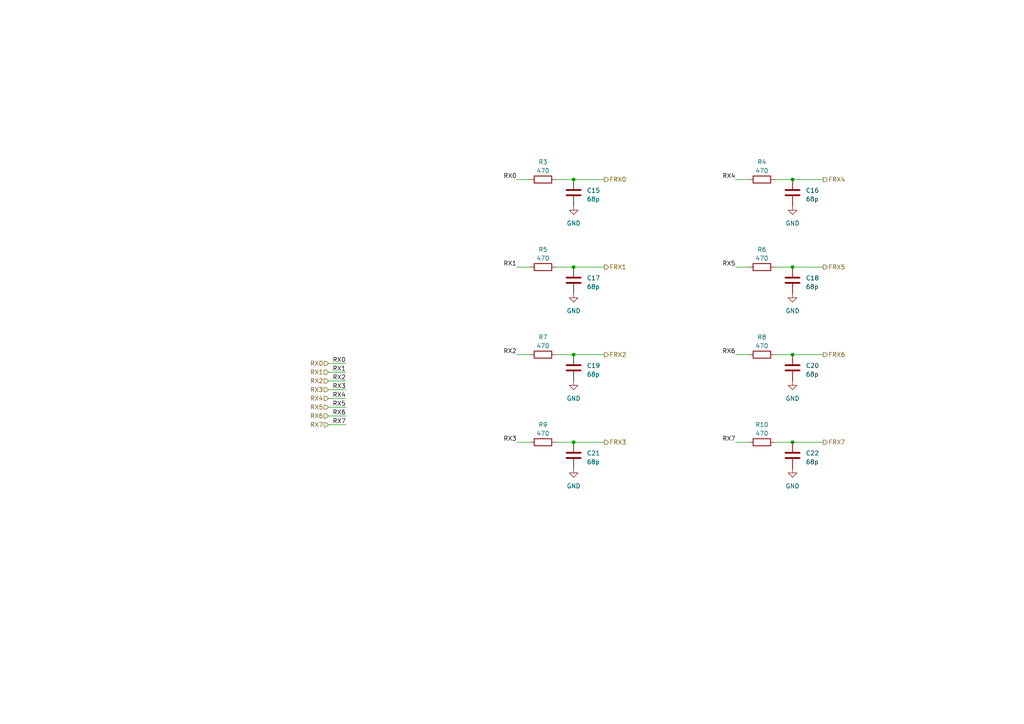
<source format=kicad_sch>
(kicad_sch (version 20230121) (generator eeschema)
  (paper "A4")
  (lib_symbols
    (symbol "Device:C" (pin_numbers hide) (pin_names (offset 0.254))
      (property "Reference" "C" (at 0.635 2.54 0))
      (property "Value" "C" (at 0.635 -2.54 0))
      (symbol "C_0_1"
        (polyline (pts (xy -2.032 -0.762) (xy 2.032 -0.762)) (stroke (width 0.508)))
        (polyline (pts (xy -2.032 0.762) (xy 2.032 0.762)) (stroke (width 0.508)))
      )
      (symbol "C_1_1"
        (pin passive line (at 0 3.81 270) (length 2.794) (name "~") (number "1"))
        (pin passive line (at 0 -3.81 90) (length 2.794) (name "~") (number "2"))
      )
    )
    (symbol "Device:R" (pin_numbers hide) (pin_names (offset 0))
      (property "Reference" "R" (at 2.032 0 90))
      (property "Value" "R" (at 0 0 90))
      (symbol "R_0_1"
        (rectangle (start -1.016 -2.54) (end 1.016 2.54) (stroke (width 0.254)))
      )
      (symbol "R_1_1"
        (pin passive line (at 0 3.81 270) (length 1.27) (name "~") (number "1"))
        (pin passive line (at 0 -3.81 90) (length 1.27) (name "~") (number "2"))
      )
    )
    (symbol "power:GND" (power) (pin_names (offset 0))
      (property "Value" "GND" (at 0 -3.81 0))
      (symbol "GND_0_1"
        (polyline (pts (xy 0 0) (xy 0 -1.27) (xy 1.27 -1.27) (xy 0 -2.54) (xy -1.27 -1.27) (xy 0 -1.27)))
      )
      (symbol "GND_1_1"
        (pin power_in line (at 0 0 270) (length 0) hide (name "GND") (number "1"))
      )
    )
  )
  (junction (at 166.37 77.47))
  (junction (at 229.87 52.07))
  (junction (at 166.37 102.87))
  (junction (at 166.37 128.27))
  (junction (at 229.87 128.27))
  (junction (at 166.37 52.07))
  (junction (at 229.87 77.47))
  (junction (at 229.87 102.87))
  (wire (pts (xy 95.25 118.11) (xy 100.33 118.11)))
  (wire (pts (xy 95.25 110.49) (xy 100.33 110.49)))
  (wire (pts (xy 224.79 52.07) (xy 229.87 52.07)))
  (wire (pts (xy 161.29 77.47) (xy 166.37 77.47)))
  (wire (pts (xy 95.25 113.03) (xy 100.33 113.03)))
  (wire (pts (xy 213.36 102.87) (xy 217.17 102.87)))
  (wire (pts (xy 149.86 128.27) (xy 153.67 128.27)))
  (wire (pts (xy 100.33 123.19) (xy 95.25 123.19)))
  (wire (pts (xy 229.87 128.27) (xy 238.76 128.27)))
  (wire (pts (xy 166.37 128.27) (xy 175.26 128.27)))
  (wire (pts (xy 213.36 128.27) (xy 217.17 128.27)))
  (wire (pts (xy 161.29 102.87) (xy 166.37 102.87)))
  (wire (pts (xy 95.25 107.95) (xy 100.33 107.95)))
  (wire (pts (xy 95.25 115.57) (xy 100.33 115.57)))
  (wire (pts (xy 166.37 52.07) (xy 175.26 52.07)))
  (wire (pts (xy 95.25 120.65) (xy 100.33 120.65)))
  (wire (pts (xy 224.79 102.87) (xy 229.87 102.87)))
  (wire (pts (xy 229.87 102.87) (xy 238.76 102.87)))
  (wire (pts (xy 229.87 77.47) (xy 238.76 77.47)))
  (wire (pts (xy 149.86 77.47) (xy 153.67 77.47)))
  (wire (pts (xy 166.37 77.47) (xy 175.26 77.47)))
  (wire (pts (xy 149.86 52.07) (xy 153.67 52.07)))
  (wire (pts (xy 224.79 128.27) (xy 229.87 128.27)))
  (wire (pts (xy 149.86 102.87) (xy 153.67 102.87)))
  (wire (pts (xy 161.29 52.07) (xy 166.37 52.07)))
  (wire (pts (xy 213.36 77.47) (xy 217.17 77.47)))
  (wire (pts (xy 224.79 77.47) (xy 229.87 77.47)))
  (wire (pts (xy 229.87 52.07) (xy 238.76 52.07)))
  (wire (pts (xy 161.29 128.27) (xy 166.37 128.27)))
  (wire (pts (xy 213.36 52.07) (xy 217.17 52.07)))
  (wire (pts (xy 166.37 102.87) (xy 175.26 102.87)))
  (wire (pts (xy 95.25 105.41) (xy 100.33 105.41)))
  (label "RX3" (at 100.33 113.03 180))
  (label "RX3" (at 149.86 128.27 180))
  (label "RX4" (at 100.33 115.57 180))
  (label "RX5" (at 213.36 77.47 180))
  (label "RX6" (at 100.33 120.65 180))
  (label "RX4" (at 213.36 52.07 180))
  (label "RX1" (at 149.86 77.47 180))
  (label "RX7" (at 213.36 128.27 180))
  (label "RX5" (at 100.33 118.11 180))
  (label "RX6" (at 213.36 102.87 180))
  (label "RX7" (at 100.33 123.19 180))
  (label "RX2" (at 149.86 102.87 180))
  (label "RX2" (at 100.33 110.49 180))
  (label "RX0" (at 149.86 52.07 180))
  (label "RX1" (at 100.33 107.95 180))
  (label "RX0" (at 100.33 105.41 180))
  (hierarchical_label "FRX3" (shape output) (at 175.26 128.27 0))
  (hierarchical_label "FRX2" (shape output) (at 175.26 102.87 0))
  (hierarchical_label "FRX7" (shape output) (at 238.76 128.27 0))
  (hierarchical_label "FRX4" (shape output) (at 238.76 52.07 0))
  (hierarchical_label "FRX0" (shape output) (at 175.26 52.07 0))
  (hierarchical_label "FRX1" (shape output) (at 175.26 77.47 0))
  (hierarchical_label "RX3" (shape input) (at 95.25 113.03 180))
  (hierarchical_label "RX1" (shape input) (at 95.25 107.95 180))
  (hierarchical_label "RX6" (shape input) (at 95.25 120.65 180))
  (hierarchical_label "RX7" (shape input) (at 95.25 123.19 180))
  (hierarchical_label "FRX5" (shape output) (at 238.76 77.47 0))
  (hierarchical_label "RX0" (shape input) (at 95.25 105.41 180))
  (hierarchical_label "RX2" (shape input) (at 95.25 110.49 180))
  (hierarchical_label "FRX6" (shape output) (at 238.76 102.87 0))
  (hierarchical_label "RX4" (shape input) (at 95.25 115.57 180))
  (hierarchical_label "RX5" (shape input) (at 95.25 118.11 180))
  (symbol (lib_id "power:GND") (at 166.37 135.89 0) (unit 1)
    (property "Reference" "#PWR028" (effects hide))
    (property "Value" "GND" (at 166.37 140.97 0))
    (instances (project "keypad16" (path "" (reference "#PWR028") (unit 1))) (project "autoharpie" (path "" (reference "#PWR0200") (unit 1)) (path "" (reference "#PWR0205") (unit 1))))
  )
  (symbol (lib_id "Device:R") (at 157.48 128.27 270) (mirror x) (unit 1)
    (property "Reference" "R9" (at 157.48 123.19 90))
    (property "Value" "470" (at 157.48 125.73 90))
    (property "Footprint" "Resistor_SMD:R_0201_0603Metric" (effects hide))
    (instances (project "keypad16" (path "" (reference "R9") (unit 1))) (project "autoharpie" (path "" (reference "R30") (unit 1)) (path "" (reference "R33") (unit 1))))
  )
  (symbol (lib_id "Device:R") (at 220.98 102.87 270) (mirror x) (unit 1)
    (property "Reference" "R8" (at 220.98 97.79 90))
    (property "Value" "470" (at 220.98 100.33 90))
    (property "Footprint" "Resistor_SMD:R_0201_0603Metric" (effects hide))
    (instances (project "keypad16" (path "" (reference "R8") (unit 1))) (project "autoharpie" (path "" (reference "R30") (unit 1)) (path "" (reference "R36") (unit 1))))
  )
  (symbol (lib_id "Device:R") (at 220.98 52.07 270) (mirror x) (unit 1)
    (property "Reference" "R4" (at 220.98 46.99 90))
    (property "Value" "470" (at 220.98 49.53 90))
    (property "Footprint" "Resistor_SMD:R_0201_0603Metric" (effects hide))
    (instances (project "keypad16" (path "" (reference "R4") (unit 1))) (project "autoharpie" (path "" (reference "R30") (unit 1)) (path "" (reference "R34") (unit 1))))
  )
  (symbol (lib_id "Device:C") (at 166.37 132.08 0) (unit 1)
    (property "Reference" "C21" (at 170.18 131.445 0) (effects (justify left)))
    (property "Value" "68p" (at 170.18 133.985 0) (effects (justify left)))
    (property "Footprint" "Capacitor_SMD:C_0201_0603Metric" (effects hide))
    (instances (project "keypad16" (path "" (reference "C21") (unit 1))) (project "autoharpie" (path "" (reference "C45") (unit 1)) (path "" (reference "C53") (unit 1))))
  )
  (symbol (lib_id "Device:C") (at 166.37 55.88 0) (unit 1)
    (property "Reference" "C15" (at 170.18 55.245 0) (effects (justify left)))
    (property "Value" "68p" (at 170.18 57.785 0) (effects (justify left)))
    (property "Footprint" "Capacitor_SMD:C_0201_0603Metric" (effects hide))
    (instances (project "keypad16" (path "" (reference "C15") (unit 1))) (project "autoharpie" (path "" (reference "C45") (unit 1)) (path "" (reference "C45") (unit 1))))
  )
  (symbol (lib_id "Device:C") (at 229.87 132.08 0) (unit 1)
    (property "Reference" "C22" (at 233.68 131.445 0) (effects (justify left)))
    (property "Value" "68p" (at 233.68 133.985 0) (effects (justify left)))
    (property "Footprint" "Capacitor_SMD:C_0201_0603Metric" (effects hide))
    (instances (project "keypad16" (path "" (reference "C22") (unit 1))) (project "autoharpie" (path "" (reference "C45") (unit 1)) (path "" (reference "C93") (unit 1))))
  )
  (symbol (lib_id "Device:C") (at 229.87 55.88 0) (unit 1)
    (property "Reference" "C16" (at 233.68 55.245 0) (effects (justify left)))
    (property "Value" "68p" (at 233.68 57.785 0) (effects (justify left)))
    (property "Footprint" "Capacitor_SMD:C_0201_0603Metric" (effects hide))
    (instances (project "keypad16" (path "" (reference "C16") (unit 1))) (project "autoharpie" (path "" (reference "C45") (unit 1)) (path "" (reference "C70") (unit 1))))
  )
  (symbol (lib_id "power:GND") (at 166.37 59.69 0) (unit 1)
    (property "Reference" "#PWR022" (effects hide))
    (property "Value" "GND" (at 166.37 64.77 0))
    (instances (project "keypad16" (path "" (reference "#PWR022") (unit 1))) (project "autoharpie" (path "" (reference "#PWR0200") (unit 1)) (path "" (reference "#PWR0200") (unit 1))))
  )
  (symbol (lib_id "Device:R") (at 220.98 128.27 270) (mirror x) (unit 1)
    (property "Reference" "R10" (at 220.98 123.19 90))
    (property "Value" "470" (at 220.98 125.73 90))
    (property "Footprint" "Resistor_SMD:R_0201_0603Metric" (effects hide))
    (instances (project "keypad16" (path "" (reference "R10") (unit 1))) (project "autoharpie" (path "" (reference "R30") (unit 1)) (path "" (reference "R37") (unit 1))))
  )
  (symbol (lib_id "Device:C") (at 166.37 81.28 0) (unit 1)
    (property "Reference" "C17" (at 170.18 80.645 0) (effects (justify left)))
    (property "Value" "68p" (at 170.18 83.185 0) (effects (justify left)))
    (property "Footprint" "Capacitor_SMD:C_0201_0603Metric" (effects hide))
    (instances (project "keypad16" (path "" (reference "C17") (unit 1))) (project "autoharpie" (path "" (reference "C45") (unit 1)) (path "" (reference "C51") (unit 1))))
  )
  (symbol (lib_id "Device:R") (at 157.48 102.87 270) (mirror x) (unit 1)
    (property "Reference" "R7" (at 157.48 97.79 90))
    (property "Value" "470" (at 157.48 100.33 90))
    (property "Footprint" "Resistor_SMD:R_0201_0603Metric" (effects hide))
    (instances (project "keypad16" (path "" (reference "R7") (unit 1))) (project "autoharpie" (path "" (reference "R30") (unit 1)) (path "" (reference "R32") (unit 1))))
  )
  (symbol (lib_id "power:GND") (at 166.37 110.49 0) (unit 1)
    (property "Reference" "#PWR026" (effects hide))
    (property "Value" "GND" (at 166.37 115.57 0))
    (instances (project "keypad16" (path "" (reference "#PWR026") (unit 1))) (project "autoharpie" (path "" (reference "#PWR0200") (unit 1)) (path "" (reference "#PWR0204") (unit 1))))
  )
  (symbol (lib_id "Device:R") (at 220.98 77.47 270) (mirror x) (unit 1)
    (property "Reference" "R6" (at 220.98 72.39 90))
    (property "Value" "470" (at 220.98 74.93 90))
    (property "Footprint" "Resistor_SMD:R_0201_0603Metric" (effects hide))
    (instances (project "keypad16" (path "" (reference "R6") (unit 1))) (project "autoharpie" (path "" (reference "R30") (unit 1)) (path "" (reference "R35") (unit 1))))
  )
  (symbol (lib_id "Device:R") (at 157.48 52.07 270) (mirror x) (unit 1)
    (property "Reference" "R3" (at 157.48 46.99 90))
    (property "Value" "470" (at 157.48 49.53 90))
    (property "Footprint" "Resistor_SMD:R_0201_0603Metric" (effects hide))
    (instances (project "keypad16" (path "" (reference "R3") (unit 1))) (project "autoharpie" (path "" (reference "R30") (unit 1)) (path "" (reference "R30") (unit 1))))
  )
  (symbol (lib_id "Device:C") (at 166.37 106.68 0) (unit 1)
    (property "Reference" "C19" (at 170.18 106.045 0) (effects (justify left)))
    (property "Value" "68p" (at 170.18 108.585 0) (effects (justify left)))
    (property "Footprint" "Capacitor_SMD:C_0201_0603Metric" (effects hide))
    (instances (project "keypad16" (path "" (reference "C19") (unit 1))) (project "autoharpie" (path "" (reference "C45") (unit 1)) (path "" (reference "C52") (unit 1))))
  )
  (symbol (lib_id "power:GND") (at 229.87 85.09 0) (unit 1)
    (property "Reference" "#PWR025" (effects hide))
    (property "Value" "GND" (at 229.87 90.17 0))
    (instances (project "keypad16" (path "" (reference "#PWR025") (unit 1))) (project "autoharpie" (path "" (reference "#PWR0200") (unit 1)) (path "" (reference "#PWR0207") (unit 1))))
  )
  (symbol (lib_id "power:GND") (at 229.87 59.69 0) (unit 1)
    (property "Reference" "#PWR023" (effects hide))
    (property "Value" "GND" (at 229.87 64.77 0))
    (instances (project "keypad16" (path "" (reference "#PWR023") (unit 1))) (project "autoharpie" (path "" (reference "#PWR0200") (unit 1)) (path "" (reference "#PWR0206") (unit 1))))
  )
  (symbol (lib_id "power:GND") (at 166.37 85.09 0) (unit 1)
    (property "Reference" "#PWR024" (effects hide))
    (property "Value" "GND" (at 166.37 90.17 0))
    (instances (project "keypad16" (path "" (reference "#PWR024") (unit 1))) (project "autoharpie" (path "" (reference "#PWR0200") (unit 1)) (path "" (reference "#PWR0201") (unit 1))))
  )
  (symbol (lib_id "Device:C") (at 229.87 106.68 0) (unit 1)
    (property "Reference" "C20" (at 233.68 106.045 0) (effects (justify left)))
    (property "Value" "68p" (at 233.68 108.585 0) (effects (justify left)))
    (property "Footprint" "Capacitor_SMD:C_0201_0603Metric" (effects hide))
    (instances (project "keypad16" (path "" (reference "C20") (unit 1))) (project "autoharpie" (path "" (reference "C45") (unit 1)) (path "" (reference "C92") (unit 1))))
  )
  (symbol (lib_id "Device:C") (at 229.87 81.28 0) (unit 1)
    (property "Reference" "C18" (at 233.68 80.645 0) (effects (justify left)))
    (property "Value" "68p" (at 233.68 83.185 0) (effects (justify left)))
    (property "Footprint" "Capacitor_SMD:C_0201_0603Metric" (effects hide))
    (instances (project "keypad16" (path "" (reference "C18") (unit 1))) (project "autoharpie" (path "" (reference "C45") (unit 1)) (path "" (reference "C71") (unit 1))))
  )
  (symbol (lib_id "power:GND") (at 229.87 135.89 0) (unit 1)
    (property "Reference" "#PWR029" (effects hide))
    (property "Value" "GND" (at 229.87 140.97 0))
    (instances (project "keypad16" (path "" (reference "#PWR029") (unit 1))) (project "autoharpie" (path "" (reference "#PWR0200") (unit 1)) (path "" (reference "#PWR0209") (unit 1))))
  )
  (symbol (lib_id "power:GND") (at 229.87 110.49 0) (unit 1)
    (property "Reference" "#PWR027" (effects hide))
    (property "Value" "GND" (at 229.87 115.57 0))
    (instances (project "keypad16" (path "" (reference "#PWR027") (unit 1))) (project "autoharpie" (path "" (reference "#PWR0200") (unit 1)) (path "" (reference "#PWR0208") (unit 1))))
  )
  (symbol (lib_id "Device:R") (at 157.48 77.47 270) (mirror x) (unit 1)
    (property "Reference" "R5" (at 157.48 72.39 90))
    (property "Value" "470" (at 157.48 74.93 90))
    (property "Footprint" "Resistor_SMD:R_0201_0603Metric" (effects hide))
    (instances (project "keypad16" (path "" (reference "R5") (unit 1))) (project "autoharpie" (path "" (reference "R30") (unit 1)) (path "" (reference "R31") (unit 1))))
  )
)
</source>
